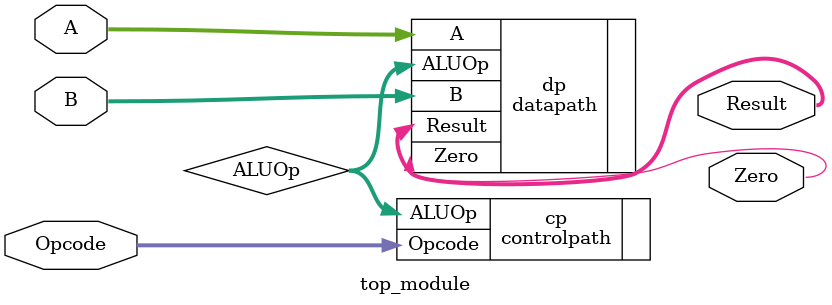
<source format=v>

module top_module (
    input [3:0] A,
    input [3:0] B,
    input [1:0] Opcode,
    output [3:0] Result,
    output Zero
);

    wire [1:0] ALUOp;

    controlpath cp (
        .Opcode(Opcode),
        .ALUOp(ALUOp)
    );

    datapath dp (
        .A(A),
        .B(B),
        .ALUOp(ALUOp),
        .Result(Result),
        .Zero(Zero)
    );

endmodule

</source>
